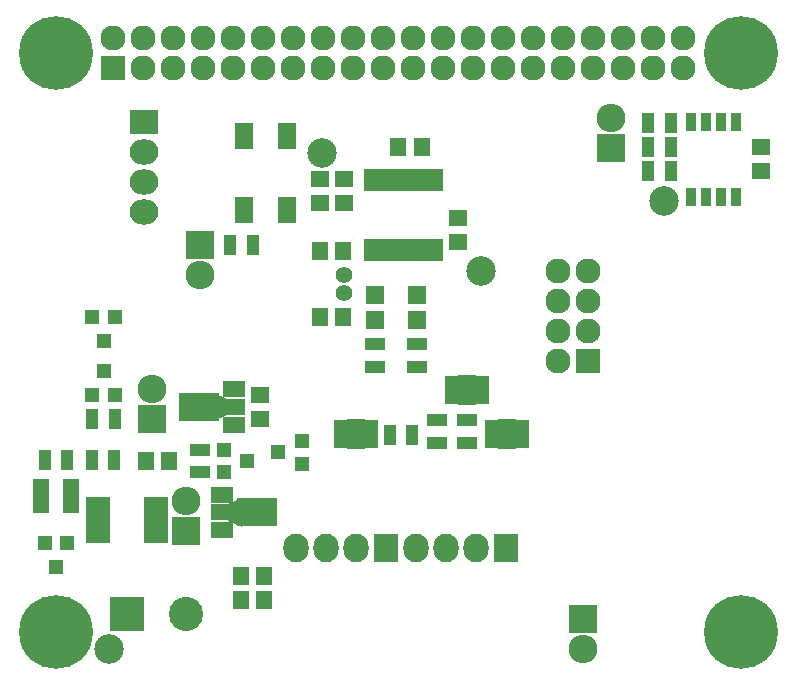
<source format=gts>
G04 #@! TF.FileFunction,Soldermask,Top*
%FSLAX46Y46*%
G04 Gerber Fmt 4.6, Leading zero omitted, Abs format (unit mm)*
G04 Created by KiCad (PCBNEW 4.0.2+e4-6225~38~ubuntu15.04.1-stable) date Tue 25 Oct 2016 21:09:19 ACDT*
%MOMM*%
G01*
G04 APERTURE LIST*
%ADD10C,0.100000*%
%ADD11R,1.650000X1.400000*%
%ADD12R,1.400000X1.650000*%
%ADD13R,1.598880X1.598880*%
%ADD14R,2.000000X3.900000*%
%ADD15R,2.127200X2.127200*%
%ADD16O,2.127200X2.127200*%
%ADD17C,6.250000*%
%ADD18R,1.400000X2.400000*%
%ADD19R,1.600000X2.600000*%
%ADD20R,2.900000X2.900000*%
%ADD21C,2.900000*%
%ADD22R,2.127200X2.432000*%
%ADD23O,2.127200X2.432000*%
%ADD24R,2.432000X2.127200*%
%ADD25O,2.432000X2.127200*%
%ADD26R,2.432000X2.432000*%
%ADD27O,2.432000X2.432000*%
%ADD28R,1.200100X1.200100*%
%ADD29R,1.100000X1.700000*%
%ADD30R,1.700000X1.100000*%
%ADD31R,1.500000X2.200000*%
%ADD32R,0.908000X1.543000*%
%ADD33R,1.400760X1.090880*%
%ADD34R,1.901140X1.400760*%
%ADD35R,3.399740X2.398980*%
%ADD36R,0.850000X1.850000*%
%ADD37C,1.400760*%
%ADD38C,2.500000*%
G04 APERTURE END LIST*
D10*
D11*
X153228000Y-71482000D03*
X153228000Y-73482000D03*
D12*
X111144000Y-107760000D03*
X109144000Y-107760000D03*
X109144000Y-109792000D03*
X111144000Y-109792000D03*
X103116000Y-98044000D03*
X101116000Y-98044000D03*
D11*
X115832000Y-74184000D03*
X115832000Y-76184000D03*
X110768000Y-92472000D03*
X110768000Y-94472000D03*
D12*
X117848000Y-80264000D03*
X115848000Y-80264000D03*
X117848000Y-85852000D03*
X115848000Y-85852000D03*
D11*
X117864000Y-76184000D03*
X117864000Y-74184000D03*
X127516000Y-77466000D03*
X127516000Y-79466000D03*
D12*
X122500000Y-71500000D03*
X124500000Y-71500000D03*
D13*
X120528000Y-84010980D03*
X120528000Y-86109020D03*
X124084000Y-84010980D03*
X124084000Y-86109020D03*
D14*
X97061600Y-103000000D03*
X101938400Y-103000000D03*
D15*
X98371100Y-64773600D03*
D16*
X98371100Y-62233600D03*
X100911100Y-64773600D03*
X100911100Y-62233600D03*
X103451100Y-64773600D03*
X103451100Y-62233600D03*
X105991100Y-64773600D03*
X105991100Y-62233600D03*
X108531100Y-64773600D03*
X108531100Y-62233600D03*
X111071100Y-64773600D03*
X111071100Y-62233600D03*
X113611100Y-64773600D03*
X113611100Y-62233600D03*
X116151100Y-64773600D03*
X116151100Y-62233600D03*
X118691100Y-64773600D03*
X118691100Y-62233600D03*
X121231100Y-64773600D03*
X121231100Y-62233600D03*
X123771100Y-64773600D03*
X123771100Y-62233600D03*
X126311100Y-64773600D03*
X126311100Y-62233600D03*
X128851100Y-64773600D03*
X128851100Y-62233600D03*
X131391100Y-64773600D03*
X131391100Y-62233600D03*
X133931100Y-64773600D03*
X133931100Y-62233600D03*
X136471100Y-64773600D03*
X136471100Y-62233600D03*
X139011100Y-64773600D03*
X139011100Y-62233600D03*
X141551100Y-64773600D03*
X141551100Y-62233600D03*
X144091100Y-64773600D03*
X144091100Y-62233600D03*
X146631100Y-64773600D03*
X146631100Y-62233600D03*
D17*
X93501100Y-63503600D03*
X151501100Y-63503600D03*
X93501100Y-112503600D03*
X151501100Y-112503600D03*
D18*
X117700000Y-95800000D03*
D19*
X118900000Y-95800000D03*
D18*
X120100000Y-95800000D03*
D20*
X99500000Y-111000000D03*
D21*
X104500000Y-111000000D03*
D22*
X121420000Y-105410000D03*
D23*
X118880000Y-105410000D03*
X116340000Y-105410000D03*
X113800000Y-105410000D03*
D22*
X131580000Y-105410000D03*
D23*
X129040000Y-105410000D03*
X126500000Y-105410000D03*
X123960000Y-105410000D03*
D24*
X100972000Y-69338000D03*
D25*
X100972000Y-71878000D03*
X100972000Y-74418000D03*
X100972000Y-76958000D03*
D18*
X130500000Y-95800000D03*
D19*
X131700000Y-95800000D03*
D18*
X132900000Y-95800000D03*
X127100000Y-92000000D03*
D19*
X128300000Y-92000000D03*
D18*
X129500000Y-92000000D03*
D26*
X140500000Y-71540000D03*
D27*
X140500000Y-69000000D03*
D26*
X105672000Y-79756000D03*
D27*
X105672000Y-82296000D03*
D15*
X138540000Y-89540000D03*
D16*
X136000000Y-89540000D03*
X138540000Y-87000000D03*
X136000000Y-87000000D03*
X138540000Y-84460000D03*
X136000000Y-84460000D03*
X138540000Y-81920000D03*
X136000000Y-81920000D03*
D28*
X94450000Y-104999240D03*
X92550000Y-104999240D03*
X93500000Y-106998220D03*
X96594000Y-92440760D03*
X98494000Y-92440760D03*
X97544000Y-90441780D03*
X98494000Y-85867240D03*
X96594000Y-85867240D03*
X97544000Y-87866220D03*
X107719240Y-97094000D03*
X107719240Y-98994000D03*
X109718220Y-98044000D03*
X114308000Y-98260000D03*
X114308000Y-96360000D03*
X112309020Y-97310000D03*
D29*
X143642000Y-71466000D03*
X145542000Y-71466000D03*
X143642000Y-73498000D03*
X145542000Y-73498000D03*
X143642000Y-69434000D03*
X145542000Y-69434000D03*
X96550000Y-98000000D03*
X98450000Y-98000000D03*
X94450000Y-98000000D03*
X92550000Y-98000000D03*
X98494000Y-94488000D03*
X96594000Y-94488000D03*
X123650000Y-95850000D03*
X121750000Y-95850000D03*
D30*
X128300000Y-94596000D03*
X128300000Y-96496000D03*
X125760000Y-94596000D03*
X125760000Y-96496000D03*
D29*
X108278000Y-79756000D03*
X110178000Y-79756000D03*
D30*
X120528000Y-88174000D03*
X120528000Y-90074000D03*
X105672000Y-98994000D03*
X105672000Y-97094000D03*
X124084000Y-88174000D03*
X124084000Y-90074000D03*
D31*
X113110000Y-70560000D03*
X113110000Y-76760000D03*
X109410000Y-70560000D03*
X109410000Y-76760000D03*
D32*
X147259000Y-69307000D03*
X148529000Y-69307000D03*
X149799000Y-69307000D03*
X151069000Y-69307000D03*
X151069000Y-75657000D03*
X149799000Y-75657000D03*
X148529000Y-75657000D03*
X147259000Y-75657000D03*
D33*
X94800480Y-101949960D03*
X94800480Y-101000000D03*
X94800480Y-100050040D03*
X92199520Y-100050040D03*
X92199520Y-101000000D03*
X92199520Y-101949960D03*
D34*
X108539660Y-94973140D03*
X108539660Y-93472000D03*
X108539660Y-91970860D03*
D35*
X105588180Y-93472000D03*
D10*
G36*
X106862650Y-92271240D02*
X108011950Y-92771620D01*
X108011950Y-94172380D01*
X106862650Y-94672760D01*
X106862650Y-92271240D01*
X106862650Y-92271240D01*
G37*
D36*
X120019000Y-80166000D03*
X120669000Y-80166000D03*
X121319000Y-80166000D03*
X121969000Y-80166000D03*
X122619000Y-80166000D03*
X123269000Y-80166000D03*
X123919000Y-80166000D03*
X124569000Y-80166000D03*
X125219000Y-80166000D03*
X125869000Y-80166000D03*
X125869000Y-74266000D03*
X125219000Y-74266000D03*
X124569000Y-74266000D03*
X123919000Y-74266000D03*
X123269000Y-74266000D03*
X122619000Y-74266000D03*
X121969000Y-74266000D03*
X121319000Y-74266000D03*
X120669000Y-74266000D03*
X120019000Y-74266000D03*
D34*
X107570000Y-100894860D03*
X107570000Y-102396000D03*
X107570000Y-103897140D03*
D35*
X110521480Y-102396000D03*
D10*
G36*
X109247010Y-103596760D02*
X108097710Y-103096380D01*
X108097710Y-101695620D01*
X109247010Y-101195240D01*
X109247010Y-103596760D01*
X109247010Y-103596760D01*
G37*
D37*
X117864000Y-83820000D03*
X117864000Y-82321400D03*
D26*
X104500000Y-104000000D03*
D27*
X104500000Y-101460000D03*
D26*
X101608000Y-94488000D03*
D27*
X101608000Y-91948000D03*
D26*
X138100000Y-111460000D03*
D27*
X138100000Y-114000000D03*
D38*
X98000000Y-114000000D03*
X145000000Y-76000000D03*
X129500000Y-82000000D03*
X116000000Y-72000000D03*
M02*

</source>
